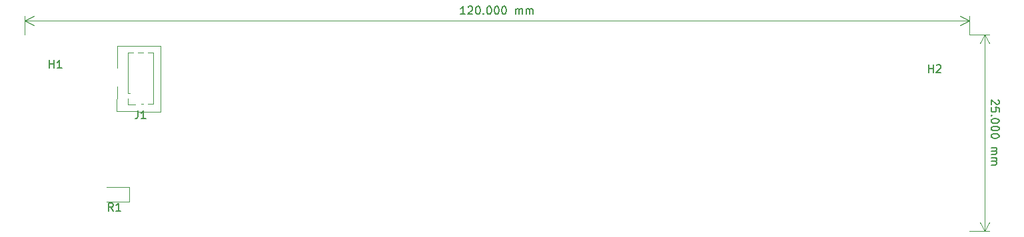
<source format=gbr>
G04 #@! TF.GenerationSoftware,KiCad,Pcbnew,(5.1.2)-2*
G04 #@! TF.CreationDate,2021-01-17T20:54:38+05:30*
G04 #@! TF.ProjectId,VendSensor,56656e64-5365-46e7-936f-722e6b696361,rev?*
G04 #@! TF.SameCoordinates,Original*
G04 #@! TF.FileFunction,Legend,Top*
G04 #@! TF.FilePolarity,Positive*
%FSLAX46Y46*%
G04 Gerber Fmt 4.6, Leading zero omitted, Abs format (unit mm)*
G04 Created by KiCad (PCBNEW (5.1.2)-2) date 2021-01-17 20:54:38*
%MOMM*%
%LPD*%
G04 APERTURE LIST*
%ADD10C,0.120000*%
%ADD11C,0.150000*%
G04 APERTURE END LIST*
D10*
X61680000Y-44800000D02*
X61700000Y-41660000D01*
X67210000Y-44830000D02*
X61680000Y-44800000D01*
X67210000Y-36450000D02*
X67210000Y-44830000D01*
X61730000Y-36450000D02*
X67210000Y-36450000D01*
X61750000Y-39240000D02*
X61730000Y-36450000D01*
D11*
X173712380Y-43357142D02*
X173760000Y-43404761D01*
X173807619Y-43500000D01*
X173807619Y-43738095D01*
X173760000Y-43833333D01*
X173712380Y-43880952D01*
X173617142Y-43928571D01*
X173521904Y-43928571D01*
X173379047Y-43880952D01*
X172807619Y-43309523D01*
X172807619Y-43928571D01*
X173807619Y-44833333D02*
X173807619Y-44357142D01*
X173331428Y-44309523D01*
X173379047Y-44357142D01*
X173426666Y-44452380D01*
X173426666Y-44690476D01*
X173379047Y-44785714D01*
X173331428Y-44833333D01*
X173236190Y-44880952D01*
X172998095Y-44880952D01*
X172902857Y-44833333D01*
X172855238Y-44785714D01*
X172807619Y-44690476D01*
X172807619Y-44452380D01*
X172855238Y-44357142D01*
X172902857Y-44309523D01*
X172902857Y-45309523D02*
X172855238Y-45357142D01*
X172807619Y-45309523D01*
X172855238Y-45261904D01*
X172902857Y-45309523D01*
X172807619Y-45309523D01*
X173807619Y-45976190D02*
X173807619Y-46071428D01*
X173760000Y-46166666D01*
X173712380Y-46214285D01*
X173617142Y-46261904D01*
X173426666Y-46309523D01*
X173188571Y-46309523D01*
X172998095Y-46261904D01*
X172902857Y-46214285D01*
X172855238Y-46166666D01*
X172807619Y-46071428D01*
X172807619Y-45976190D01*
X172855238Y-45880952D01*
X172902857Y-45833333D01*
X172998095Y-45785714D01*
X173188571Y-45738095D01*
X173426666Y-45738095D01*
X173617142Y-45785714D01*
X173712380Y-45833333D01*
X173760000Y-45880952D01*
X173807619Y-45976190D01*
X173807619Y-46928571D02*
X173807619Y-47023809D01*
X173760000Y-47119047D01*
X173712380Y-47166666D01*
X173617142Y-47214285D01*
X173426666Y-47261904D01*
X173188571Y-47261904D01*
X172998095Y-47214285D01*
X172902857Y-47166666D01*
X172855238Y-47119047D01*
X172807619Y-47023809D01*
X172807619Y-46928571D01*
X172855238Y-46833333D01*
X172902857Y-46785714D01*
X172998095Y-46738095D01*
X173188571Y-46690476D01*
X173426666Y-46690476D01*
X173617142Y-46738095D01*
X173712380Y-46785714D01*
X173760000Y-46833333D01*
X173807619Y-46928571D01*
X173807619Y-47880952D02*
X173807619Y-47976190D01*
X173760000Y-48071428D01*
X173712380Y-48119047D01*
X173617142Y-48166666D01*
X173426666Y-48214285D01*
X173188571Y-48214285D01*
X172998095Y-48166666D01*
X172902857Y-48119047D01*
X172855238Y-48071428D01*
X172807619Y-47976190D01*
X172807619Y-47880952D01*
X172855238Y-47785714D01*
X172902857Y-47738095D01*
X172998095Y-47690476D01*
X173188571Y-47642857D01*
X173426666Y-47642857D01*
X173617142Y-47690476D01*
X173712380Y-47738095D01*
X173760000Y-47785714D01*
X173807619Y-47880952D01*
X172807619Y-49404761D02*
X173474285Y-49404761D01*
X173379047Y-49404761D02*
X173426666Y-49452380D01*
X173474285Y-49547619D01*
X173474285Y-49690476D01*
X173426666Y-49785714D01*
X173331428Y-49833333D01*
X172807619Y-49833333D01*
X173331428Y-49833333D02*
X173426666Y-49880952D01*
X173474285Y-49976190D01*
X173474285Y-50119047D01*
X173426666Y-50214285D01*
X173331428Y-50261904D01*
X172807619Y-50261904D01*
X172807619Y-50738095D02*
X173474285Y-50738095D01*
X173379047Y-50738095D02*
X173426666Y-50785714D01*
X173474285Y-50880952D01*
X173474285Y-51023809D01*
X173426666Y-51119047D01*
X173331428Y-51166666D01*
X172807619Y-51166666D01*
X173331428Y-51166666D02*
X173426666Y-51214285D01*
X173474285Y-51309523D01*
X173474285Y-51452380D01*
X173426666Y-51547619D01*
X173331428Y-51595238D01*
X172807619Y-51595238D01*
D10*
X171990000Y-35000000D02*
X171990000Y-60000000D01*
X170000000Y-35000000D02*
X172576421Y-35000000D01*
X170000000Y-60000000D02*
X172576421Y-60000000D01*
X171990000Y-60000000D02*
X171403579Y-58873496D01*
X171990000Y-60000000D02*
X172576421Y-58873496D01*
X171990000Y-35000000D02*
X171403579Y-36126504D01*
X171990000Y-35000000D02*
X172576421Y-36126504D01*
D11*
X105952166Y-32437719D02*
X105380738Y-32437766D01*
X105666452Y-32437743D02*
X105666369Y-31437743D01*
X105571142Y-31580608D01*
X105475912Y-31675854D01*
X105380678Y-31723481D01*
X106333043Y-31532925D02*
X106380658Y-31485302D01*
X106475892Y-31437675D01*
X106713988Y-31437655D01*
X106809230Y-31485266D01*
X106856853Y-31532881D01*
X106904480Y-31628116D01*
X106904488Y-31723354D01*
X106856880Y-31866215D01*
X106285499Y-32437691D01*
X106904547Y-32437639D01*
X107523511Y-31437588D02*
X107618749Y-31437580D01*
X107713992Y-31485191D01*
X107761615Y-31532806D01*
X107809242Y-31628040D01*
X107856876Y-31818512D01*
X107856896Y-32056608D01*
X107809293Y-32247088D01*
X107761682Y-32342330D01*
X107714067Y-32389953D01*
X107618833Y-32437580D01*
X107523595Y-32437588D01*
X107428353Y-32389977D01*
X107380730Y-32342362D01*
X107333103Y-32247127D01*
X107285468Y-32056655D01*
X107285448Y-31818560D01*
X107333051Y-31628080D01*
X107380662Y-31532838D01*
X107428277Y-31485215D01*
X107523511Y-31437588D01*
X108285492Y-32342286D02*
X108333115Y-32389901D01*
X108285499Y-32437524D01*
X108237876Y-32389909D01*
X108285492Y-32342286D01*
X108285499Y-32437524D01*
X108952083Y-31437469D02*
X109047321Y-31437461D01*
X109142563Y-31485072D01*
X109190186Y-31532687D01*
X109237813Y-31627921D01*
X109285448Y-31818393D01*
X109285468Y-32056489D01*
X109237865Y-32246969D01*
X109190253Y-32342211D01*
X109142638Y-32389834D01*
X109047404Y-32437461D01*
X108952166Y-32437469D01*
X108856924Y-32389858D01*
X108809301Y-32342243D01*
X108761674Y-32247008D01*
X108714039Y-32056536D01*
X108714019Y-31818441D01*
X108761623Y-31627961D01*
X108809234Y-31532719D01*
X108856849Y-31485096D01*
X108952083Y-31437469D01*
X109904464Y-31437389D02*
X109999702Y-31437381D01*
X110094944Y-31484993D01*
X110142567Y-31532608D01*
X110190194Y-31627842D01*
X110237829Y-31818314D01*
X110237849Y-32056409D01*
X110190246Y-32246889D01*
X110142634Y-32342131D01*
X110095019Y-32389754D01*
X109999785Y-32437381D01*
X109904547Y-32437389D01*
X109809305Y-32389778D01*
X109761682Y-32342163D01*
X109714055Y-32246929D01*
X109666420Y-32056457D01*
X109666400Y-31818362D01*
X109714003Y-31627881D01*
X109761615Y-31532639D01*
X109809230Y-31485016D01*
X109904464Y-31437389D01*
X110856845Y-31437310D02*
X110952083Y-31437302D01*
X111047325Y-31484913D01*
X111094948Y-31532528D01*
X111142575Y-31627762D01*
X111190210Y-31818235D01*
X111190230Y-32056330D01*
X111142626Y-32246810D01*
X111095015Y-32342052D01*
X111047400Y-32389675D01*
X110952166Y-32437302D01*
X110856928Y-32437310D01*
X110761686Y-32389699D01*
X110714063Y-32342084D01*
X110666436Y-32246850D01*
X110618801Y-32056377D01*
X110618781Y-31818282D01*
X110666384Y-31627802D01*
X110713996Y-31532560D01*
X110761611Y-31484937D01*
X110856845Y-31437310D01*
X112380738Y-32437183D02*
X112380682Y-31770516D01*
X112380690Y-31865754D02*
X112428305Y-31818131D01*
X112523539Y-31770504D01*
X112666396Y-31770493D01*
X112761638Y-31818104D01*
X112809265Y-31913338D01*
X112809309Y-32437147D01*
X112809265Y-31913338D02*
X112856876Y-31818096D01*
X112952111Y-31770469D01*
X113094968Y-31770457D01*
X113190210Y-31818068D01*
X113237837Y-31913302D01*
X113237880Y-32437112D01*
X113714071Y-32437072D02*
X113714015Y-31770405D01*
X113714023Y-31865643D02*
X113761638Y-31818020D01*
X113856872Y-31770393D01*
X113999730Y-31770381D01*
X114094972Y-31817993D01*
X114142599Y-31913227D01*
X114142642Y-32437036D01*
X114142599Y-31913227D02*
X114190210Y-31817985D01*
X114285444Y-31770358D01*
X114428301Y-31770346D01*
X114523543Y-31817957D01*
X114571170Y-31913191D01*
X114571214Y-32437000D01*
D10*
X49999854Y-33260001D02*
X169999854Y-33250001D01*
X50000000Y-35010000D02*
X49999805Y-32673580D01*
X170000000Y-35000000D02*
X169999805Y-32663580D01*
X169999854Y-33250001D02*
X168873399Y-33836516D01*
X169999854Y-33250001D02*
X168873301Y-32663674D01*
X49999854Y-33260001D02*
X51126407Y-33846328D01*
X49999854Y-33260001D02*
X51126309Y-32673486D01*
X64070000Y-43900000D02*
X63120000Y-43900000D01*
X63120000Y-43900000D02*
X63120000Y-43140000D01*
X63310000Y-42505000D02*
X63120000Y-42505000D01*
X63120000Y-42505000D02*
X63120000Y-37365000D01*
X65032470Y-37365000D02*
X64377530Y-37365000D01*
X66290000Y-37365000D02*
X65647530Y-37365000D01*
X63762470Y-37365000D02*
X63120000Y-37365000D01*
X66290000Y-43835000D02*
X66290000Y-37365000D01*
X65032470Y-43835000D02*
X64830000Y-43835000D01*
X66290000Y-43835000D02*
X65647530Y-43835000D01*
X63230000Y-54390000D02*
X60370000Y-54390000D01*
X63230000Y-56310000D02*
X63230000Y-54390000D01*
X60370000Y-56310000D02*
X63230000Y-56310000D01*
D11*
X64371666Y-44727380D02*
X64371666Y-45441666D01*
X64324047Y-45584523D01*
X64228809Y-45679761D01*
X64085952Y-45727380D01*
X63990714Y-45727380D01*
X65371666Y-45727380D02*
X64800238Y-45727380D01*
X65085952Y-45727380D02*
X65085952Y-44727380D01*
X64990714Y-44870238D01*
X64895476Y-44965476D01*
X64800238Y-45013095D01*
X61203333Y-57452380D02*
X60870000Y-56976190D01*
X60631904Y-57452380D02*
X60631904Y-56452380D01*
X61012857Y-56452380D01*
X61108095Y-56500000D01*
X61155714Y-56547619D01*
X61203333Y-56642857D01*
X61203333Y-56785714D01*
X61155714Y-56880952D01*
X61108095Y-56928571D01*
X61012857Y-56976190D01*
X60631904Y-56976190D01*
X62155714Y-57452380D02*
X61584285Y-57452380D01*
X61870000Y-57452380D02*
X61870000Y-56452380D01*
X61774761Y-56595238D01*
X61679523Y-56690476D01*
X61584285Y-56738095D01*
X164858095Y-39872380D02*
X164858095Y-38872380D01*
X164858095Y-39348571D02*
X165429523Y-39348571D01*
X165429523Y-39872380D02*
X165429523Y-38872380D01*
X165858095Y-38967619D02*
X165905714Y-38920000D01*
X166000952Y-38872380D01*
X166239047Y-38872380D01*
X166334285Y-38920000D01*
X166381904Y-38967619D01*
X166429523Y-39062857D01*
X166429523Y-39158095D01*
X166381904Y-39300952D01*
X165810476Y-39872380D01*
X166429523Y-39872380D01*
X53108095Y-39282380D02*
X53108095Y-38282380D01*
X53108095Y-38758571D02*
X53679523Y-38758571D01*
X53679523Y-39282380D02*
X53679523Y-38282380D01*
X54679523Y-39282380D02*
X54108095Y-39282380D01*
X54393809Y-39282380D02*
X54393809Y-38282380D01*
X54298571Y-38425238D01*
X54203333Y-38520476D01*
X54108095Y-38568095D01*
M02*

</source>
